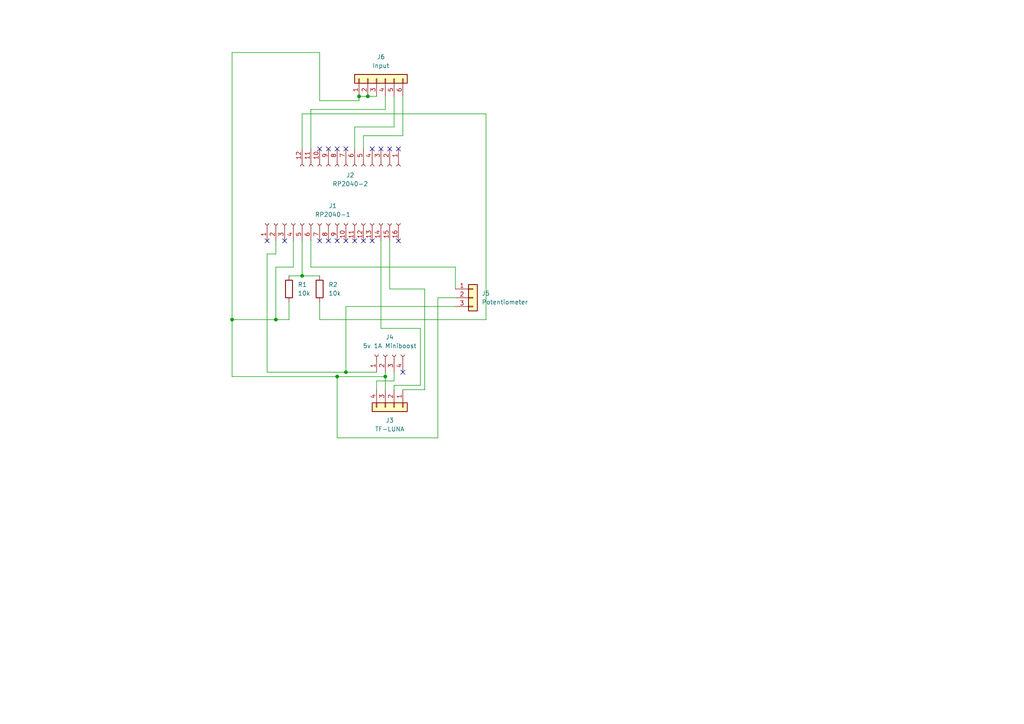
<source format=kicad_sch>
(kicad_sch (version 20230121) (generator eeschema)
  (paper "A4")
  (lib_symbols
    (symbol "Connector:Conn_01x04_Socket" (pin_names (offset 1.016) hide)
      (property "Reference" "J" (at 0 5.08 0))
      (property "Value" "Conn_01x04_Socket" (at 0 -7.62 0))
      (symbol "Conn_01x04_Socket_1_1"
        (arc (start 0 -4.572) (mid -0.5058 -5.08) (end 0 -5.588) (stroke (width 0.1524)))
        (arc (start 0 -2.032) (mid -0.5058 -2.54) (end 0 -3.048) (stroke (width 0.1524)))
        (polyline (pts (xy -1.27 -5.08) (xy -0.508 -5.08)) (stroke (width 0.1524)))
        (polyline (pts (xy -1.27 -2.54) (xy -0.508 -2.54)) (stroke (width 0.1524)))
        (polyline (pts (xy -1.27 0) (xy -0.508 0)) (stroke (width 0.1524)))
        (polyline (pts (xy -1.27 2.54) (xy -0.508 2.54)) (stroke (width 0.1524)))
        (arc (start 0 0.508) (mid -0.5058 0) (end 0 -0.508) (stroke (width 0.1524)))
        (arc (start 0 3.048) (mid -0.5058 2.54) (end 0 2.032) (stroke (width 0.1524)))
        (pin passive line (at -5.08 2.54 0) (length 3.81) (name "Pin_1") (number "1"))
        (pin passive line (at -5.08 0 0) (length 3.81) (name "Pin_2") (number "2"))
        (pin passive line (at -5.08 -2.54 0) (length 3.81) (name "Pin_3") (number "3"))
        (pin passive line (at -5.08 -5.08 0) (length 3.81) (name "Pin_4") (number "4"))
      )
    )
    (symbol "Connector:Conn_01x12_Socket" (pin_names (offset 1.016) hide)
      (property "Reference" "J" (at 0 15.24 0))
      (property "Value" "Conn_01x12_Socket" (at 0 -17.78 0))
      (symbol "Conn_01x12_Socket_1_1"
        (arc (start 0 -14.732) (mid -0.5058 -15.24) (end 0 -15.748) (stroke (width 0.1524)))
        (arc (start 0 -12.192) (mid -0.5058 -12.7) (end 0 -13.208) (stroke (width 0.1524)))
        (arc (start 0 -9.652) (mid -0.5058 -10.16) (end 0 -10.668) (stroke (width 0.1524)))
        (arc (start 0 -7.112) (mid -0.5058 -7.62) (end 0 -8.128) (stroke (width 0.1524)))
        (arc (start 0 -4.572) (mid -0.5058 -5.08) (end 0 -5.588) (stroke (width 0.1524)))
        (arc (start 0 -2.032) (mid -0.5058 -2.54) (end 0 -3.048) (stroke (width 0.1524)))
        (polyline (pts (xy -1.27 -15.24) (xy -0.508 -15.24)) (stroke (width 0.1524)))
        (polyline (pts (xy -1.27 -12.7) (xy -0.508 -12.7)) (stroke (width 0.1524)))
        (polyline (pts (xy -1.27 -10.16) (xy -0.508 -10.16)) (stroke (width 0.1524)))
        (polyline (pts (xy -1.27 -7.62) (xy -0.508 -7.62)) (stroke (width 0.1524)))
        (polyline (pts (xy -1.27 -5.08) (xy -0.508 -5.08)) (stroke (width 0.1524)))
        (polyline (pts (xy -1.27 -2.54) (xy -0.508 -2.54)) (stroke (width 0.1524)))
        (polyline (pts (xy -1.27 0) (xy -0.508 0)) (stroke (width 0.1524)))
        (polyline (pts (xy -1.27 2.54) (xy -0.508 2.54)) (stroke (width 0.1524)))
        (polyline (pts (xy -1.27 5.08) (xy -0.508 5.08)) (stroke (width 0.1524)))
        (polyline (pts (xy -1.27 7.62) (xy -0.508 7.62)) (stroke (width 0.1524)))
        (polyline (pts (xy -1.27 10.16) (xy -0.508 10.16)) (stroke (width 0.1524)))
        (polyline (pts (xy -1.27 12.7) (xy -0.508 12.7)) (stroke (width 0.1524)))
        (arc (start 0 0.508) (mid -0.5058 0) (end 0 -0.508) (stroke (width 0.1524)))
        (arc (start 0 3.048) (mid -0.5058 2.54) (end 0 2.032) (stroke (width 0.1524)))
        (arc (start 0 5.588) (mid -0.5058 5.08) (end 0 4.572) (stroke (width 0.1524)))
        (arc (start 0 8.128) (mid -0.5058 7.62) (end 0 7.112) (stroke (width 0.1524)))
        (arc (start 0 10.668) (mid -0.5058 10.16) (end 0 9.652) (stroke (width 0.1524)))
        (arc (start 0 13.208) (mid -0.5058 12.7) (end 0 12.192) (stroke (width 0.1524)))
        (pin passive line (at -5.08 12.7 0) (length 3.81) (name "Pin_1") (number "1"))
        (pin passive line (at -5.08 -10.16 0) (length 3.81) (name "Pin_10") (number "10"))
        (pin passive line (at -5.08 -12.7 0) (length 3.81) (name "Pin_11") (number "11"))
        (pin passive line (at -5.08 -15.24 0) (length 3.81) (name "Pin_12") (number "12"))
        (pin passive line (at -5.08 10.16 0) (length 3.81) (name "Pin_2") (number "2"))
        (pin passive line (at -5.08 7.62 0) (length 3.81) (name "Pin_3") (number "3"))
        (pin passive line (at -5.08 5.08 0) (length 3.81) (name "Pin_4") (number "4"))
        (pin passive line (at -5.08 2.54 0) (length 3.81) (name "Pin_5") (number "5"))
        (pin passive line (at -5.08 0 0) (length 3.81) (name "Pin_6") (number "6"))
        (pin passive line (at -5.08 -2.54 0) (length 3.81) (name "Pin_7") (number "7"))
        (pin passive line (at -5.08 -5.08 0) (length 3.81) (name "Pin_8") (number "8"))
        (pin passive line (at -5.08 -7.62 0) (length 3.81) (name "Pin_9") (number "9"))
      )
    )
    (symbol "Connector:Conn_01x16_Socket" (pin_names (offset 1.016) hide)
      (property "Reference" "J" (at 0 20.32 0))
      (property "Value" "Conn_01x16_Socket" (at 0 -22.86 0))
      (symbol "Conn_01x16_Socket_1_1"
        (arc (start 0 -19.812) (mid -0.5058 -20.32) (end 0 -20.828) (stroke (width 0.1524)))
        (arc (start 0 -17.272) (mid -0.5058 -17.78) (end 0 -18.288) (stroke (width 0.1524)))
        (arc (start 0 -14.732) (mid -0.5058 -15.24) (end 0 -15.748) (stroke (width 0.1524)))
        (arc (start 0 -12.192) (mid -0.5058 -12.7) (end 0 -13.208) (stroke (width 0.1524)))
        (arc (start 0 -9.652) (mid -0.5058 -10.16) (end 0 -10.668) (stroke (width 0.1524)))
        (arc (start 0 -7.112) (mid -0.5058 -7.62) (end 0 -8.128) (stroke (width 0.1524)))
        (arc (start 0 -4.572) (mid -0.5058 -5.08) (end 0 -5.588) (stroke (width 0.1524)))
        (arc (start 0 -2.032) (mid -0.5058 -2.54) (end 0 -3.048) (stroke (width 0.1524)))
        (polyline (pts (xy -1.27 -20.32) (xy -0.508 -20.32)) (stroke (width 0.1524)))
        (polyline (pts (xy -1.27 -17.78) (xy -0.508 -17.78)) (stroke (width 0.1524)))
        (polyline (pts (xy -1.27 -15.24) (xy -0.508 -15.24)) (stroke (width 0.1524)))
        (polyline (pts (xy -1.27 -12.7) (xy -0.508 -12.7)) (stroke (width 0.1524)))
        (polyline (pts (xy -1.27 -10.16) (xy -0.508 -10.16)) (stroke (width 0.1524)))
        (polyline (pts (xy -1.27 -7.62) (xy -0.508 -7.62)) (stroke (width 0.1524)))
        (polyline (pts (xy -1.27 -5.08) (xy -0.508 -5.08)) (stroke (width 0.1524)))
        (polyline (pts (xy -1.27 -2.54) (xy -0.508 -2.54)) (stroke (width 0.1524)))
        (polyline (pts (xy -1.27 0) (xy -0.508 0)) (stroke (width 0.1524)))
        (polyline (pts (xy -1.27 2.54) (xy -0.508 2.54)) (stroke (width 0.1524)))
        (polyline (pts (xy -1.27 5.08) (xy -0.508 5.08)) (stroke (width 0.1524)))
        (polyline (pts (xy -1.27 7.62) (xy -0.508 7.62)) (stroke (width 0.1524)))
        (polyline (pts (xy -1.27 10.16) (xy -0.508 10.16)) (stroke (width 0.1524)))
        (polyline (pts (xy -1.27 12.7) (xy -0.508 12.7)) (stroke (width 0.1524)))
        (polyline (pts (xy -1.27 15.24) (xy -0.508 15.24)) (stroke (width 0.1524)))
        (polyline (pts (xy -1.27 17.78) (xy -0.508 17.78)) (stroke (width 0.1524)))
        (arc (start 0 0.508) (mid -0.5058 0) (end 0 -0.508) (stroke (width 0.1524)))
        (arc (start 0 3.048) (mid -0.5058 2.54) (end 0 2.032) (stroke (width 0.1524)))
        (arc (start 0 5.588) (mid -0.5058 5.08) (end 0 4.572) (stroke (width 0.1524)))
        (arc (start 0 8.128) (mid -0.5058 7.62) (end 0 7.112) (stroke (width 0.1524)))
        (arc (start 0 10.668) (mid -0.5058 10.16) (end 0 9.652) (stroke (width 0.1524)))
        (arc (start 0 13.208) (mid -0.5058 12.7) (end 0 12.192) (stroke (width 0.1524)))
        (arc (start 0 15.748) (mid -0.5058 15.24) (end 0 14.732) (stroke (width 0.1524)))
        (arc (start 0 18.288) (mid -0.5058 17.78) (end 0 17.272) (stroke (width 0.1524)))
        (pin passive line (at -5.08 17.78 0) (length 3.81) (name "Pin_1") (number "1"))
        (pin passive line (at -5.08 -5.08 0) (length 3.81) (name "Pin_10") (number "10"))
        (pin passive line (at -5.08 -7.62 0) (length 3.81) (name "Pin_11") (number "11"))
        (pin passive line (at -5.08 -10.16 0) (length 3.81) (name "Pin_12") (number "12"))
        (pin passive line (at -5.08 -12.7 0) (length 3.81) (name "Pin_13") (number "13"))
        (pin passive line (at -5.08 -15.24 0) (length 3.81) (name "Pin_14") (number "14"))
        (pin passive line (at -5.08 -17.78 0) (length 3.81) (name "Pin_15") (number "15"))
        (pin passive line (at -5.08 -20.32 0) (length 3.81) (name "Pin_16") (number "16"))
        (pin passive line (at -5.08 15.24 0) (length 3.81) (name "Pin_2") (number "2"))
        (pin passive line (at -5.08 12.7 0) (length 3.81) (name "Pin_3") (number "3"))
        (pin passive line (at -5.08 10.16 0) (length 3.81) (name "Pin_4") (number "4"))
        (pin passive line (at -5.08 7.62 0) (length 3.81) (name "Pin_5") (number "5"))
        (pin passive line (at -5.08 5.08 0) (length 3.81) (name "Pin_6") (number "6"))
        (pin passive line (at -5.08 2.54 0) (length 3.81) (name "Pin_7") (number "7"))
        (pin passive line (at -5.08 0 0) (length 3.81) (name "Pin_8") (number "8"))
        (pin passive line (at -5.08 -2.54 0) (length 3.81) (name "Pin_9") (number "9"))
      )
    )
    (symbol "Connector_Generic:Conn_01x03" (pin_names (offset 1.016) hide)
      (property "Reference" "J" (at 0 5.08 0))
      (property "Value" "Conn_01x03" (at 0 -5.08 0))
      (symbol "Conn_01x03_1_1"
        (rectangle (start -1.27 -2.413) (end 0 -2.667) (stroke (width 0.1524)))
        (rectangle (start -1.27 0.127) (end 0 -0.127) (stroke (width 0.1524)))
        (rectangle (start -1.27 2.667) (end 0 2.413) (stroke (width 0.1524)))
        (rectangle (start -1.27 3.81) (end 1.27 -3.81) (stroke (width 0.254)) (fill (type background)))
        (pin passive line (at -5.08 2.54 0) (length 3.81) (name "Pin_1") (number "1"))
        (pin passive line (at -5.08 0 0) (length 3.81) (name "Pin_2") (number "2"))
        (pin passive line (at -5.08 -2.54 0) (length 3.81) (name "Pin_3") (number "3"))
      )
    )
    (symbol "Connector_Generic:Conn_01x04" (pin_names (offset 1.016) hide)
      (property "Reference" "J" (at 0 5.08 0))
      (property "Value" "Conn_01x04" (at 0 -7.62 0))
      (symbol "Conn_01x04_1_1"
        (rectangle (start -1.27 -4.953) (end 0 -5.207) (stroke (width 0.1524)))
        (rectangle (start -1.27 -2.413) (end 0 -2.667) (stroke (width 0.1524)))
        (rectangle (start -1.27 0.127) (end 0 -0.127) (stroke (width 0.1524)))
        (rectangle (start -1.27 2.667) (end 0 2.413) (stroke (width 0.1524)))
        (rectangle (start -1.27 3.81) (end 1.27 -6.35) (stroke (width 0.254)) (fill (type background)))
        (pin passive line (at -5.08 2.54 0) (length 3.81) (name "Pin_1") (number "1"))
        (pin passive line (at -5.08 0 0) (length 3.81) (name "Pin_2") (number "2"))
        (pin passive line (at -5.08 -2.54 0) (length 3.81) (name "Pin_3") (number "3"))
        (pin passive line (at -5.08 -5.08 0) (length 3.81) (name "Pin_4") (number "4"))
      )
    )
    (symbol "Connector_Generic:Conn_01x06" (pin_names (offset 1.016) hide)
      (property "Reference" "J" (at 0 7.62 0))
      (property "Value" "Conn_01x06" (at 0 -10.16 0))
      (symbol "Conn_01x06_1_1"
        (rectangle (start -1.27 -7.493) (end 0 -7.747) (stroke (width 0.1524)))
        (rectangle (start -1.27 -4.953) (end 0 -5.207) (stroke (width 0.1524)))
        (rectangle (start -1.27 -2.413) (end 0 -2.667) (stroke (width 0.1524)))
        (rectangle (start -1.27 0.127) (end 0 -0.127) (stroke (width 0.1524)))
        (rectangle (start -1.27 2.667) (end 0 2.413) (stroke (width 0.1524)))
        (rectangle (start -1.27 5.207) (end 0 4.953) (stroke (width 0.1524)))
        (rectangle (start -1.27 6.35) (end 1.27 -8.89) (stroke (width 0.254)) (fill (type background)))
        (pin passive line (at -5.08 5.08 0) (length 3.81) (name "Pin_1") (number "1"))
        (pin passive line (at -5.08 2.54 0) (length 3.81) (name "Pin_2") (number "2"))
        (pin passive line (at -5.08 0 0) (length 3.81) (name "Pin_3") (number "3"))
        (pin passive line (at -5.08 -2.54 0) (length 3.81) (name "Pin_4") (number "4"))
        (pin passive line (at -5.08 -5.08 0) (length 3.81) (name "Pin_5") (number "5"))
        (pin passive line (at -5.08 -7.62 0) (length 3.81) (name "Pin_6") (number "6"))
      )
    )
    (symbol "Device:R" (pin_numbers hide) (pin_names (offset 0))
      (property "Reference" "R" (at 2.032 0 90))
      (property "Value" "R" (at 0 0 90))
      (symbol "R_0_1"
        (rectangle (start -1.016 -2.54) (end 1.016 2.54) (stroke (width 0.254)))
      )
      (symbol "R_1_1"
        (pin passive line (at 0 3.81 270) (length 1.27) (name "~") (number "1"))
        (pin passive line (at 0 -3.81 90) (length 1.27) (name "~") (number "2"))
      )
    )
  )
  (junction (at 97.79 109.22))
  (junction (at 67.31 92.71))
  (junction (at 104.14 27.94))
  (junction (at 111.76 109.22))
  (junction (at 100.33 107.95))
  (junction (at 80.01 92.71))
  (junction (at 87.63 80.01))
  (junction (at 106.68 27.94))
  (no_connect (at 95.25 43.18))
  (no_connect (at 116.84 107.95))
  (no_connect (at 97.79 69.85))
  (no_connect (at 107.95 43.18))
  (no_connect (at 95.25 69.85))
  (no_connect (at 115.57 43.18))
  (no_connect (at 115.57 69.85))
  (no_connect (at 102.87 69.85))
  (no_connect (at 100.33 69.85))
  (no_connect (at 92.71 43.18))
  (no_connect (at 77.47 69.85))
  (no_connect (at 107.95 69.85))
  (no_connect (at 92.71 69.85))
  (no_connect (at 110.49 43.18))
  (no_connect (at 82.55 69.85))
  (no_connect (at 105.41 69.85))
  (no_connect (at 113.03 43.18))
  (no_connect (at 97.79 43.18))
  (no_connect (at 100.33 43.18))
  (wire (pts (xy 92.71 92.71) (xy 140.97 92.71)))
  (wire (pts (xy 132.08 88.9) (xy 100.33 88.9)))
  (wire (pts (xy 109.22 110.49) (xy 109.22 113.03)))
  (wire (pts (xy 121.92 111.76) (xy 114.3 111.76)))
  (wire (pts (xy 104.14 27.94) (xy 106.68 27.94)))
  (wire (pts (xy 90.17 77.47) (xy 90.17 69.85)))
  (wire (pts (xy 140.97 33.02) (xy 87.63 33.02)))
  (wire (pts (xy 110.49 95.25) (xy 121.92 95.25)))
  (wire (pts (xy 85.09 69.85) (xy 85.09 77.47)))
  (wire (pts (xy 67.31 92.71) (xy 80.01 92.71)))
  (wire (pts (xy 87.63 69.85) (xy 87.63 80.01)))
  (wire (pts (xy 132.08 83.82) (xy 132.08 77.47)))
  (wire (pts (xy 106.68 27.94) (xy 109.22 27.94)))
  (wire (pts (xy 127 86.36) (xy 127 127)))
  (wire (pts (xy 83.82 80.01) (xy 87.63 80.01)))
  (wire (pts (xy 100.33 107.95) (xy 77.47 107.95)))
  (wire (pts (xy 92.71 29.21) (xy 104.14 29.21)))
  (wire (pts (xy 123.19 83.82) (xy 123.19 113.03)))
  (wire (pts (xy 114.3 27.94) (xy 114.3 36.83)))
  (wire (pts (xy 132.08 86.36) (xy 127 86.36)))
  (wire (pts (xy 114.3 36.83) (xy 102.87 36.83)))
  (wire (pts (xy 77.47 107.95) (xy 77.47 73.66)))
  (wire (pts (xy 114.3 111.76) (xy 114.3 113.03)))
  (wire (pts (xy 114.3 107.95) (xy 114.3 110.49)))
  (wire (pts (xy 80.01 92.71) (xy 83.82 92.71)))
  (wire (pts (xy 100.33 88.9) (xy 100.33 107.95)))
  (wire (pts (xy 113.03 83.82) (xy 123.19 83.82)))
  (wire (pts (xy 105.41 39.37) (xy 116.84 39.37)))
  (wire (pts (xy 67.31 109.22) (xy 67.31 92.71)))
  (wire (pts (xy 92.71 15.24) (xy 67.31 15.24)))
  (wire (pts (xy 114.3 110.49) (xy 109.22 110.49)))
  (wire (pts (xy 90.17 31.75) (xy 90.17 43.18)))
  (wire (pts (xy 140.97 92.71) (xy 140.97 33.02)))
  (wire (pts (xy 111.76 109.22) (xy 97.79 109.22)))
  (wire (pts (xy 77.47 73.66) (xy 80.01 73.66)))
  (wire (pts (xy 90.17 31.75) (xy 111.76 31.75)))
  (wire (pts (xy 111.76 107.95) (xy 111.76 109.22)))
  (wire (pts (xy 97.79 109.22) (xy 67.31 109.22)))
  (wire (pts (xy 92.71 87.63) (xy 92.71 92.71)))
  (wire (pts (xy 67.31 15.24) (xy 67.31 92.71)))
  (wire (pts (xy 80.01 73.66) (xy 80.01 69.85)))
  (wire (pts (xy 113.03 69.85) (xy 113.03 83.82)))
  (wire (pts (xy 92.71 15.24) (xy 92.71 29.21)))
  (wire (pts (xy 85.09 77.47) (xy 80.01 77.47)))
  (wire (pts (xy 87.63 33.02) (xy 87.63 43.18)))
  (wire (pts (xy 132.08 77.47) (xy 90.17 77.47)))
  (wire (pts (xy 87.63 80.01) (xy 92.71 80.01)))
  (wire (pts (xy 105.41 43.18) (xy 105.41 39.37)))
  (wire (pts (xy 80.01 77.47) (xy 80.01 92.71)))
  (wire (pts (xy 97.79 127) (xy 97.79 109.22)))
  (wire (pts (xy 110.49 69.85) (xy 110.49 95.25)))
  (wire (pts (xy 83.82 92.71) (xy 83.82 87.63)))
  (wire (pts (xy 116.84 39.37) (xy 116.84 27.94)))
  (wire (pts (xy 111.76 27.94) (xy 111.76 31.75)))
  (wire (pts (xy 123.19 113.03) (xy 116.84 113.03)))
  (wire (pts (xy 109.22 107.95) (xy 100.33 107.95)))
  (wire (pts (xy 127 127) (xy 97.79 127)))
  (wire (pts (xy 121.92 95.25) (xy 121.92 111.76)))
  (wire (pts (xy 111.76 109.22) (xy 111.76 113.03)))
  (wire (pts (xy 104.14 27.94) (xy 104.14 29.21)))
  (wire (pts (xy 102.87 36.83) (xy 102.87 43.18)))
  (symbol (lib_id "Connector_Generic:Conn_01x03") (at 137.16 86.36 0) (unit 1)
    (property "Reference" "J5" (at 139.7 85.09 0) (effects (justify left)))
    (property "Value" "Potentiometer" (at 139.7 87.63 0) (effects (justify left)))
    (property "Footprint" "Connector_JST:JST_XH_B3B-XH-A_1x03_P2.50mm_Vertical" (effects hide))
  )
  (symbol (lib_id "Connector:Conn_01x16_Socket") (at 95.25 64.77 90) (unit 1)
    (property "Reference" "J1" (at 96.52 59.69 90))
    (property "Value" "RP2040-1" (at 96.52 62.23 90))
    (property "Footprint" "Connector_PinHeader_2.54mm:PinHeader_1x16_P2.54mm_Vertical" (effects hide))
  )
  (symbol (lib_id "Device:R") (at 92.71 83.82 0) (unit 1)
    (property "Reference" "R2" (at 95.25 82.55 0) (effects (justify left)))
    (property "Value" "10k" (at 95.25 85.09 0) (effects (justify left)))
    (property "Footprint" "Resistor_SMD:R_1206_3216Metric" (effects hide))
  )
  (symbol (lib_id "Connector:Conn_01x12_Socket") (at 102.87 48.26 270) (unit 1)
    (property "Reference" "J2" (at 101.6 50.8 90))
    (property "Value" "RP2040-2" (at 101.6 53.34 90))
    (property "Footprint" "Connector_PinHeader_2.54mm:PinHeader_1x12_P2.54mm_Vertical" (effects hide))
  )
  (symbol (lib_id "Connector:Conn_01x04_Socket") (at 111.76 102.87 90) (unit 1)
    (property "Reference" "J4" (at 113.03 97.79 90))
    (property "Value" "5v 1A Miniboost" (at 113.03 100.33 90))
    (property "Footprint" "Connector_PinHeader_2.54mm:PinHeader_1x04_P2.54mm_Vertical" (effects hide))
  )
  (symbol (lib_id "Connector_Generic:Conn_01x04") (at 114.3 118.11 270) (unit 1)
    (property "Reference" "J3" (at 113.03 121.92 90))
    (property "Value" "TF-LUNA" (at 113.03 124.46 90))
    (property "Footprint" "Connector_JST:JST_XH_B4B-XH-A_1x04_P2.50mm_Vertical" (effects hide))
  )
  (symbol (lib_id "Device:R") (at 83.82 83.82 0) (unit 1)
    (property "Reference" "R1" (at 86.36 82.55 0) (effects (justify left)))
    (property "Value" "10k" (at 86.36 85.09 0) (effects (justify left)))
    (property "Footprint" "Resistor_SMD:R_1206_3216Metric" (effects hide))
  )
  (symbol (lib_id "Connector_Generic:Conn_01x06") (at 109.22 22.86 90) (unit 1)
    (property "Reference" "J6" (at 110.49 16.51 90))
    (property "Value" "Input" (at 110.49 19.05 90))
    (property "Footprint" "Connector_JST:JST_XH_B6B-XH-AM_1x06_P2.50mm_Vertical" (effects hide))
  )
)
</source>
